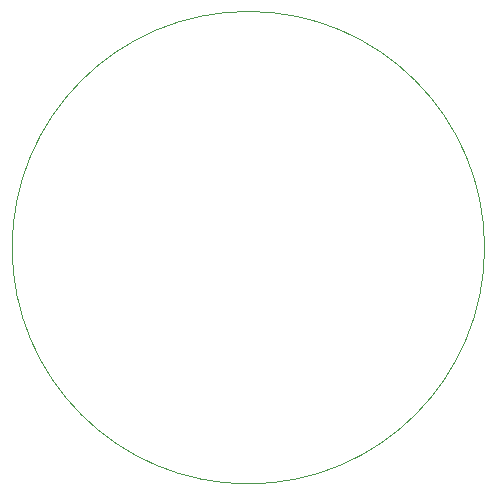
<source format=gm1>
%TF.GenerationSoftware,KiCad,Pcbnew,8.0.7*%
%TF.CreationDate,2024-12-05T10:42:29-06:00*%
%TF.ProjectId,reverse,72657665-7273-4652-9e6b-696361645f70,rev?*%
%TF.SameCoordinates,Original*%
%TF.FileFunction,Profile,NP*%
%FSLAX46Y46*%
G04 Gerber Fmt 4.6, Leading zero omitted, Abs format (unit mm)*
G04 Created by KiCad (PCBNEW 8.0.7) date 2024-12-05 10:42:29*
%MOMM*%
%LPD*%
G01*
G04 APERTURE LIST*
%TA.AperFunction,Profile*%
%ADD10C,0.050000*%
%TD*%
G04 APERTURE END LIST*
D10*
X70000000Y-50000000D02*
G75*
G02*
X30000000Y-50000000I-20000000J0D01*
G01*
X30000000Y-50000000D02*
G75*
G02*
X70000000Y-50000000I20000000J0D01*
G01*
M02*

</source>
